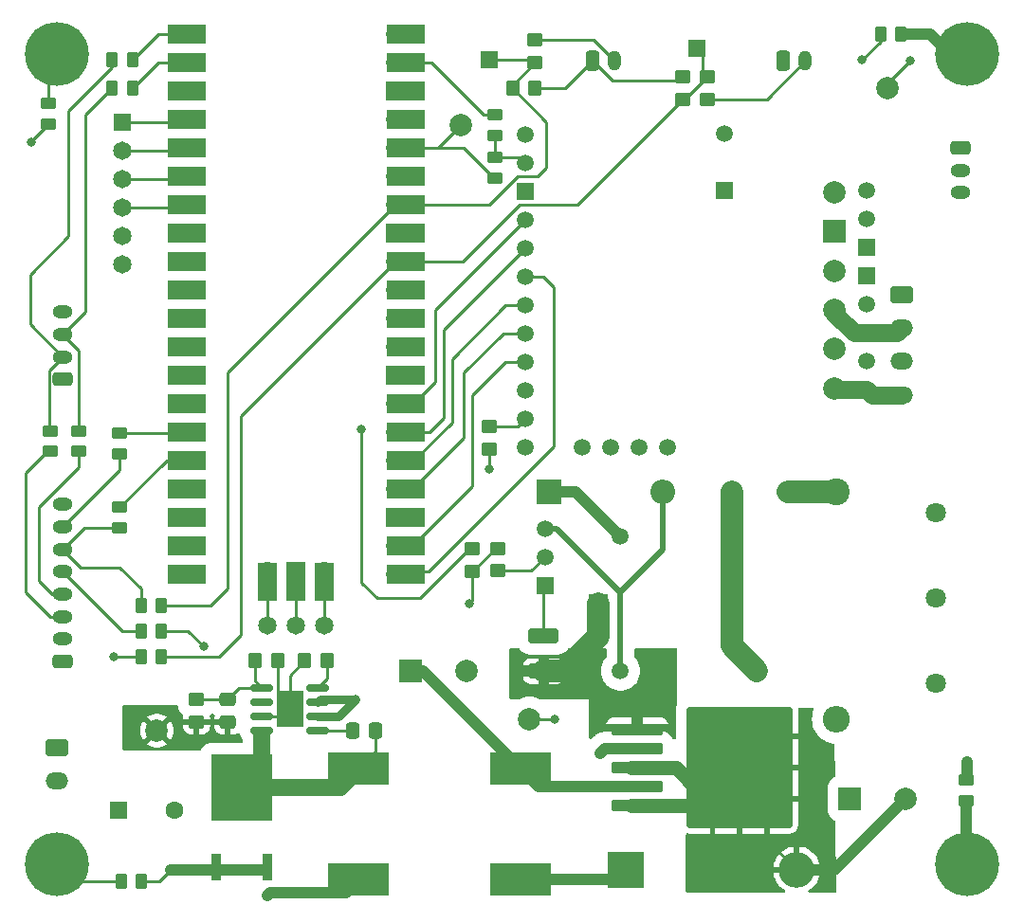
<source format=gbr>
%TF.GenerationSoftware,KiCad,Pcbnew,7.0.10*%
%TF.CreationDate,2024-03-29T16:51:17-04:00*%
%TF.ProjectId,WaveWise_PMIC,57617665-5769-4736-955f-504d49432e6b,rev?*%
%TF.SameCoordinates,Original*%
%TF.FileFunction,Copper,L1,Top*%
%TF.FilePolarity,Positive*%
%FSLAX46Y46*%
G04 Gerber Fmt 4.6, Leading zero omitted, Abs format (unit mm)*
G04 Created by KiCad (PCBNEW 7.0.10) date 2024-03-29 16:51:17*
%MOMM*%
%LPD*%
G01*
G04 APERTURE LIST*
G04 Aperture macros list*
%AMRoundRect*
0 Rectangle with rounded corners*
0 $1 Rounding radius*
0 $2 $3 $4 $5 $6 $7 $8 $9 X,Y pos of 4 corners*
0 Add a 4 corners polygon primitive as box body*
4,1,4,$2,$3,$4,$5,$6,$7,$8,$9,$2,$3,0*
0 Add four circle primitives for the rounded corners*
1,1,$1+$1,$2,$3*
1,1,$1+$1,$4,$5*
1,1,$1+$1,$6,$7*
1,1,$1+$1,$8,$9*
0 Add four rect primitives between the rounded corners*
20,1,$1+$1,$2,$3,$4,$5,0*
20,1,$1+$1,$4,$5,$6,$7,0*
20,1,$1+$1,$6,$7,$8,$9,0*
20,1,$1+$1,$8,$9,$2,$3,0*%
G04 Aperture macros list end*
%TA.AperFunction,ComponentPad*%
%ADD10C,2.000000*%
%TD*%
%TA.AperFunction,ComponentPad*%
%ADD11RoundRect,0.250001X-0.759999X0.499999X-0.759999X-0.499999X0.759999X-0.499999X0.759999X0.499999X0*%
%TD*%
%TA.AperFunction,ComponentPad*%
%ADD12O,2.020000X1.500000*%
%TD*%
%TA.AperFunction,SMDPad,CuDef*%
%ADD13RoundRect,0.250000X-0.450000X0.350000X-0.450000X-0.350000X0.450000X-0.350000X0.450000X0.350000X0*%
%TD*%
%TA.AperFunction,ComponentPad*%
%ADD14RoundRect,0.250000X0.650000X-0.350000X0.650000X0.350000X-0.650000X0.350000X-0.650000X-0.350000X0*%
%TD*%
%TA.AperFunction,ComponentPad*%
%ADD15O,1.800000X1.200000*%
%TD*%
%TA.AperFunction,ComponentPad*%
%ADD16RoundRect,0.250000X-0.350000X-0.650000X0.350000X-0.650000X0.350000X0.650000X-0.350000X0.650000X0*%
%TD*%
%TA.AperFunction,ComponentPad*%
%ADD17O,1.200000X1.800000*%
%TD*%
%TA.AperFunction,ComponentPad*%
%ADD18RoundRect,0.250000X-0.650000X0.350000X-0.650000X-0.350000X0.650000X-0.350000X0.650000X0.350000X0*%
%TD*%
%TA.AperFunction,SMDPad,CuDef*%
%ADD19RoundRect,0.250000X0.262500X0.450000X-0.262500X0.450000X-0.262500X-0.450000X0.262500X-0.450000X0*%
%TD*%
%TA.AperFunction,SMDPad,CuDef*%
%ADD20R,5.400000X2.900000*%
%TD*%
%TA.AperFunction,ComponentPad*%
%ADD21R,1.650000X1.650000*%
%TD*%
%TA.AperFunction,ComponentPad*%
%ADD22C,1.650000*%
%TD*%
%TA.AperFunction,SMDPad,CuDef*%
%ADD23RoundRect,0.250000X0.350000X0.450000X-0.350000X0.450000X-0.350000X-0.450000X0.350000X-0.450000X0*%
%TD*%
%TA.AperFunction,SMDPad,CuDef*%
%ADD24R,0.939800X2.489200*%
%TD*%
%TA.AperFunction,SMDPad,CuDef*%
%ADD25R,5.511800X5.918200*%
%TD*%
%TA.AperFunction,SMDPad,CuDef*%
%ADD26RoundRect,0.250000X0.450000X-0.350000X0.450000X0.350000X-0.450000X0.350000X-0.450000X-0.350000X0*%
%TD*%
%TA.AperFunction,ComponentPad*%
%ADD27R,1.500000X1.500000*%
%TD*%
%TA.AperFunction,ComponentPad*%
%ADD28C,1.500000*%
%TD*%
%TA.AperFunction,ComponentPad*%
%ADD29C,5.700000*%
%TD*%
%TA.AperFunction,SMDPad,CuDef*%
%ADD30RoundRect,0.250000X0.450000X-0.262500X0.450000X0.262500X-0.450000X0.262500X-0.450000X-0.262500X0*%
%TD*%
%TA.AperFunction,SMDPad,CuDef*%
%ADD31RoundRect,0.250000X-0.475000X0.337500X-0.475000X-0.337500X0.475000X-0.337500X0.475000X0.337500X0*%
%TD*%
%TA.AperFunction,ComponentPad*%
%ADD32R,2.000000X2.000000*%
%TD*%
%TA.AperFunction,SMDPad,CuDef*%
%ADD33RoundRect,0.250000X-0.262500X-0.450000X0.262500X-0.450000X0.262500X0.450000X-0.262500X0.450000X0*%
%TD*%
%TA.AperFunction,ComponentPad*%
%ADD34C,1.651000*%
%TD*%
%TA.AperFunction,ComponentPad*%
%ADD35O,2.400000X2.400000*%
%TD*%
%TA.AperFunction,ComponentPad*%
%ADD36C,2.400000*%
%TD*%
%TA.AperFunction,ComponentPad*%
%ADD37C,1.498600*%
%TD*%
%TA.AperFunction,ComponentPad*%
%ADD38C,1.803400*%
%TD*%
%TA.AperFunction,ComponentPad*%
%ADD39R,1.803400X1.803400*%
%TD*%
%TA.AperFunction,SMDPad,CuDef*%
%ADD40RoundRect,0.250000X-0.450000X0.262500X-0.450000X-0.262500X0.450000X-0.262500X0.450000X0.262500X0*%
%TD*%
%TA.AperFunction,ComponentPad*%
%ADD41O,3.200000X3.200000*%
%TD*%
%TA.AperFunction,ComponentPad*%
%ADD42R,3.200000X3.200000*%
%TD*%
%TA.AperFunction,SMDPad,CuDef*%
%ADD43RoundRect,0.250000X1.100000X-0.412500X1.100000X0.412500X-1.100000X0.412500X-1.100000X-0.412500X0*%
%TD*%
%TA.AperFunction,SMDPad,CuDef*%
%ADD44RoundRect,0.250000X-0.337500X-0.475000X0.337500X-0.475000X0.337500X0.475000X-0.337500X0.475000X0*%
%TD*%
%TA.AperFunction,ComponentPad*%
%ADD45C,1.600000*%
%TD*%
%TA.AperFunction,SMDPad,CuDef*%
%ADD46RoundRect,0.250000X-0.350000X-0.450000X0.350000X-0.450000X0.350000X0.450000X-0.350000X0.450000X0*%
%TD*%
%TA.AperFunction,ComponentPad*%
%ADD47R,2.200000X2.200000*%
%TD*%
%TA.AperFunction,ComponentPad*%
%ADD48O,2.200000X2.200000*%
%TD*%
%TA.AperFunction,SMDPad,CuDef*%
%ADD49RoundRect,0.150000X0.825000X0.150000X-0.825000X0.150000X-0.825000X-0.150000X0.825000X-0.150000X0*%
%TD*%
%TA.AperFunction,ComponentPad*%
%ADD50C,0.500000*%
%TD*%
%TA.AperFunction,SMDPad,CuDef*%
%ADD51R,2.410000X3.300000*%
%TD*%
%TA.AperFunction,SMDPad,CuDef*%
%ADD52RoundRect,0.250000X-2.025000X-2.375000X2.025000X-2.375000X2.025000X2.375000X-2.025000X2.375000X0*%
%TD*%
%TA.AperFunction,SMDPad,CuDef*%
%ADD53RoundRect,0.250002X-4.449998X-5.149998X4.449998X-5.149998X4.449998X5.149998X-4.449998X5.149998X0*%
%TD*%
%TA.AperFunction,SMDPad,CuDef*%
%ADD54RoundRect,0.250000X-2.050000X-0.300000X2.050000X-0.300000X2.050000X0.300000X-2.050000X0.300000X0*%
%TD*%
%TA.AperFunction,SMDPad,CuDef*%
%ADD55R,1.700000X3.500000*%
%TD*%
%TA.AperFunction,ComponentPad*%
%ADD56O,1.700000X1.700000*%
%TD*%
%TA.AperFunction,ComponentPad*%
%ADD57R,1.700000X1.700000*%
%TD*%
%TA.AperFunction,SMDPad,CuDef*%
%ADD58R,3.500000X1.700000*%
%TD*%
%TA.AperFunction,ComponentPad*%
%ADD59R,1.600000X1.600000*%
%TD*%
%TA.AperFunction,ViaPad*%
%ADD60C,0.800000*%
%TD*%
%TA.AperFunction,Conductor*%
%ADD61C,0.250000*%
%TD*%
%TA.AperFunction,Conductor*%
%ADD62C,1.000000*%
%TD*%
%TA.AperFunction,Conductor*%
%ADD63C,2.000000*%
%TD*%
%TA.AperFunction,Conductor*%
%ADD64C,0.500000*%
%TD*%
%TA.AperFunction,Conductor*%
%ADD65C,1.500000*%
%TD*%
%TA.AperFunction,Conductor*%
%ADD66C,1.600000*%
%TD*%
%TA.AperFunction,Conductor*%
%ADD67C,0.762000*%
%TD*%
%TA.AperFunction,Conductor*%
%ADD68C,1.270000*%
%TD*%
G04 APERTURE END LIST*
D10*
%TO.P,3V1,1,1*%
%TO.N,+3.3V*%
X90678000Y-60960000D03*
%TD*%
D11*
%TO.P,J1,1,1*%
%TO.N,GND*%
X54610000Y-116586000D03*
D12*
%TO.P,J1,2,2*%
%TO.N,+24V*%
X54610000Y-119586000D03*
%TD*%
D13*
%TO.P,R26,1*%
%TO.N,/PICO (BICO)/BICO_PUMP_CTRL*%
X91694000Y-98822000D03*
%TO.P,R26,2*%
%TO.N,/PUMP_CONTROL*%
X91694000Y-100822000D03*
%TD*%
D14*
%TO.P,J6,1,1*%
%TO.N,GND*%
X55099750Y-83687500D03*
D15*
%TO.P,J6,2,2*%
%TO.N,/Connectors/rockblock_TX*%
X55099750Y-81687500D03*
%TO.P,J6,3,3*%
%TO.N,/Connectors/rockblock_RX*%
X55099750Y-79687500D03*
%TO.P,J6,4,4*%
%TO.N,+5V*%
X55099750Y-77687500D03*
%TD*%
D16*
%TO.P,J11,1,1*%
%TO.N,GND*%
X102378000Y-55214000D03*
D17*
%TO.P,J11,2,2*%
%TO.N,VBUS*%
X104378000Y-55214000D03*
%TD*%
D15*
%TO.P,J8,8,8*%
%TO.N,GND*%
X55099750Y-94870000D03*
%TO.P,J8,7,7*%
%TO.N,batt_sense*%
X55099750Y-96870000D03*
%TO.P,J8,6,6*%
%TO.N,panel_sense*%
X55099750Y-98870000D03*
%TO.P,J8,5,5*%
%TO.N,/Connectors/SICO_PUMP_CONTROL*%
X55099750Y-100870000D03*
%TO.P,J8,4,4*%
%TO.N,/Connectors/SICO_RX*%
X55099750Y-102870000D03*
%TO.P,J8,3,3*%
%TO.N,/Connectors/SICO_TX*%
X55099750Y-104870000D03*
%TO.P,J8,2,2*%
%TO.N,+5V*%
X55099750Y-106870000D03*
D14*
%TO.P,J8,1,1*%
%TO.N,+24V*%
X55099750Y-108870000D03*
%TD*%
D18*
%TO.P,J9,1,1*%
%TO.N,+5V*%
X135255000Y-62992000D03*
D15*
%TO.P,J9,2,2*%
%TO.N,GND*%
X135255000Y-64992000D03*
%TO.P,J9,3,3*%
%TO.N,/Connectors/PWM_Servo*%
X135255000Y-66992000D03*
%TD*%
D16*
%TO.P,J10,1,1*%
%TO.N,GND*%
X119396000Y-55214000D03*
D17*
%TO.P,J10,2,2*%
%TO.N,+BATT*%
X121396000Y-55214000D03*
%TD*%
D13*
%TO.P,R8,1*%
%TO.N,/PUMP_CONTROL*%
X93980000Y-98796600D03*
%TO.P,R8,2*%
%TO.N,Net-(Q2-B)*%
X93980000Y-100796600D03*
%TD*%
D19*
%TO.P,R25,2*%
%TO.N,/Connectors/SICO_PUMP_CONTROL*%
X62079500Y-106172000D03*
%TO.P,R25,1*%
%TO.N,/PUMP_CONTROL*%
X63904500Y-106172000D03*
%TD*%
D20*
%TO.P,L3,1,1*%
%TO.N,Net-(D3-CATHODE)*%
X81534000Y-118494000D03*
%TO.P,L3,2,2*%
%TO.N,+24V*%
X81534000Y-128394000D03*
%TD*%
D11*
%TO.P,J5,1,1*%
%TO.N,/AOUT1*%
X130048000Y-76090000D03*
D12*
%TO.P,J5,2,2*%
%TO.N,/AOUT2*%
X130048000Y-79090000D03*
%TO.P,J5,3,3*%
%TO.N,/BOUT1*%
X130048000Y-82090000D03*
%TO.P,J5,4,4*%
%TO.N,/BOUT2*%
X130048000Y-85090000D03*
%TD*%
D21*
%TO.P,J2,1,Pin_1*%
%TO.N,/Connectors/GPIO1*%
X60452000Y-60706000D03*
D22*
%TO.P,J2,2,Pin_2*%
%TO.N,/Connectors/GPIO2*%
X60452000Y-63246000D03*
%TO.P,J2,3,Pin_3*%
%TO.N,/Connectors/GPIO3*%
X60452000Y-65786000D03*
%TO.P,J2,4,Pin_4*%
%TO.N,/Connectors/GPIO4*%
X60452000Y-68326000D03*
%TO.P,J2,5,Pin_5*%
%TO.N,GND*%
X60452000Y-70866000D03*
%TO.P,J2,6,Pin_6*%
%TO.N,+5V*%
X60452000Y-73406000D03*
%TD*%
D23*
%TO.P,R5,1*%
%TO.N,Net-(IC1-RT{slash}SYNC)*%
X78713000Y-108839000D03*
%TO.P,R5,2*%
%TO.N,GND*%
X76713000Y-108839000D03*
%TD*%
D24*
%TO.P,D3,3,ANODE_2*%
%TO.N,GND*%
X73406000Y-127266700D03*
D25*
%TO.P,D3,2,CATHODE*%
%TO.N,Net-(D3-CATHODE)*%
X71120000Y-120142000D03*
D24*
%TO.P,D3,1,ANODE_1*%
%TO.N,GND*%
X68834000Y-127266700D03*
%TD*%
D26*
%TO.P,R2,1*%
%TO.N,/Connectors/Batt V Sense*%
X110490000Y-58642000D03*
%TO.P,R2,2*%
%TO.N,GND*%
X110490000Y-56642000D03*
%TD*%
D13*
%TO.P,R3,1*%
%TO.N,VBUS*%
X97282000Y-53356000D03*
%TO.P,R3,2*%
%TO.N,/Connectors/Panel V Sense*%
X97282000Y-55356000D03*
%TD*%
D27*
%TO.P,Q2,1,E*%
%TO.N,GND*%
X98150000Y-102108000D03*
D28*
%TO.P,Q2,2,B*%
%TO.N,Net-(Q2-B)*%
X98150000Y-99568000D03*
%TO.P,Q2,3,C*%
%TO.N,Net-(D2-A)*%
X98150000Y-97028000D03*
%TD*%
D27*
%TO.P,BatteryV1,1,1*%
%TO.N,/Connectors/Batt V Sense*%
X111760000Y-54102000D03*
%TD*%
D29*
%TO.P,HE1,1,1*%
%TO.N,Net-(HE1-Pad1)*%
X54610000Y-127000000D03*
%TD*%
D30*
%TO.P,R12,2*%
%TO.N,/Connectors/PANEL_SENSE_DIO*%
X60198000Y-95099500D03*
%TO.P,R12,1*%
%TO.N,panel_sense*%
X60198000Y-96924500D03*
%TD*%
%TO.P,R10,2*%
%TO.N,/Connectors/BATT_SENSE_DIO*%
X60198000Y-88495500D03*
%TO.P,R10,1*%
%TO.N,batt_sense*%
X60198000Y-90320500D03*
%TD*%
D31*
%TO.P,C8,1*%
%TO.N,Net-(IC1-FB)*%
X69853000Y-112268000D03*
%TO.P,C8,2*%
%TO.N,+24V*%
X69853000Y-114343000D03*
%TD*%
D32*
%TO.P,C6,1*%
%TO.N,+5V*%
X86186000Y-109728000D03*
D10*
%TO.P,C6,2*%
%TO.N,GND*%
X91186000Y-109728000D03*
%TD*%
D33*
%TO.P,R13,1*%
%TO.N,panel_sense*%
X62079500Y-103886000D03*
%TO.P,R13,2*%
%TO.N,/Connectors/Panel V Sense*%
X63904500Y-103886000D03*
%TD*%
D34*
%TO.P,J3,1,Pin_1*%
%TO.N,/Connectors/SWCLK*%
X73406000Y-105664000D03*
%TO.P,J3,2,Pin_2*%
%TO.N,GND*%
X75946000Y-105664000D03*
%TO.P,J3,3,Pin_3*%
%TO.N,/Connectors/SWDIO*%
X78486000Y-105664000D03*
%TD*%
D35*
%TO.P,R7,2*%
%TO.N,+48V*%
X124206000Y-114046000D03*
D36*
%TO.P,R7,1*%
%TO.N,Net-(C2-Pad1)*%
X124206000Y-93726000D03*
%TD*%
D37*
%TO.P,K1,5,5*%
%TO.N,+5V*%
X104902000Y-97728002D03*
D38*
%TO.P,K1,3,3*%
%TO.N,/Inverter_Input*%
X117101198Y-109728000D03*
D37*
%TO.P,K1,2,2*%
%TO.N,Net-(D2-A)*%
X104902000Y-109728000D03*
D39*
%TO.P,K1,1,1*%
%TO.N,+48V*%
X102901999Y-103728001D03*
%TD*%
D10*
%TO.P,24V_1,1,1*%
%TO.N,+24V*%
X63500000Y-115062000D03*
%TD*%
D40*
%TO.P,R23,1*%
%TO.N,GND*%
X135786500Y-119483500D03*
%TO.P,R23,2*%
%TO.N,Net-(H4-Pad1)*%
X135786500Y-121308500D03*
%TD*%
D19*
%TO.P,R22,1*%
%TO.N,GND*%
X62126500Y-128524000D03*
%TO.P,R22,2*%
%TO.N,Net-(HE1-Pad1)*%
X60301500Y-128524000D03*
%TD*%
D38*
%TO.P,J13,3,Pin_3*%
%TO.N,+48V*%
X133050000Y-110832900D03*
%TO.P,J13,2,Pin_2*%
%TO.N,/Inverter_Input*%
X133050000Y-103212900D03*
%TO.P,J13,1,Pin_1*%
%TO.N,GND*%
X133050000Y-95592900D03*
%TD*%
D41*
%TO.P,D1,2,A*%
%TO.N,GND*%
X120650000Y-127508000D03*
D42*
%TO.P,D1,1,K*%
%TO.N,Net-(D1-K)*%
X105410000Y-127508000D03*
%TD*%
D13*
%TO.P,R17,1*%
%TO.N,/PICO (BICO)/MOTOR_RESET*%
X93218000Y-87900000D03*
%TO.P,R17,2*%
%TO.N,GND*%
X93218000Y-89900000D03*
%TD*%
D43*
%TO.P,C4,1*%
%TO.N,+48V*%
X98044000Y-109766500D03*
%TO.P,C4,2*%
%TO.N,GND*%
X98044000Y-106641500D03*
%TD*%
D30*
%TO.P,R14,1*%
%TO.N,/Pneumatic Control/ICREF*%
X93726000Y-61872500D03*
%TO.P,R14,2*%
%TO.N,+5V*%
X93726000Y-60047500D03*
%TD*%
D29*
%TO.P,H4,1,1*%
%TO.N,Net-(H4-Pad1)*%
X135890000Y-127000000D03*
%TD*%
D33*
%TO.P,R19,2*%
%TO.N,/Connectors/BICO_UART_TX*%
X61341000Y-55118000D03*
%TO.P,R19,1*%
%TO.N,/Connectors/rockblock_TX*%
X59516000Y-55118000D03*
%TD*%
%TO.P,R21,1*%
%TO.N,GND*%
X128119500Y-52832000D03*
%TO.P,R21,2*%
%TO.N,Net-(H2-Pad1)*%
X129944500Y-52832000D03*
%TD*%
D44*
%TO.P,C5,1*%
%TO.N,Net-(IC1-BOOT)*%
X80983000Y-115062000D03*
%TO.P,C5,2*%
%TO.N,Net-(D3-CATHODE)*%
X83058000Y-115062000D03*
%TD*%
D40*
%TO.P,R18,1*%
%TO.N,/Connectors/rockblock_TX*%
X53956750Y-88304500D03*
%TO.P,R18,2*%
%TO.N,/Connectors/SICO_TX*%
X53956750Y-90129500D03*
%TD*%
D45*
%TO.P,C2,1*%
%TO.N,Net-(C2-Pad1)*%
X119848000Y-93726000D03*
%TO.P,C2,2*%
%TO.N,/Inverter_Input*%
X114848000Y-93726000D03*
%TD*%
D46*
%TO.P,R4,1*%
%TO.N,/Connectors/Panel V Sense*%
X95266000Y-57658000D03*
%TO.P,R4,2*%
%TO.N,GND*%
X97266000Y-57658000D03*
%TD*%
D30*
%TO.P,R20,2*%
%TO.N,Net-(H1-Pad1)*%
X53848000Y-59031500D03*
%TO.P,R20,1*%
%TO.N,GND*%
X53848000Y-60856500D03*
%TD*%
D40*
%TO.P,R15,1*%
%TO.N,/Connectors/rockblock_RX*%
X56496750Y-88304500D03*
%TO.P,R15,2*%
%TO.N,/Connectors/SICO_RX*%
X56496750Y-90129500D03*
%TD*%
D26*
%TO.P,R6,1*%
%TO.N,+24V*%
X67056000Y-114284000D03*
%TO.P,R6,2*%
%TO.N,Net-(IC1-FB)*%
X67056000Y-112284000D03*
%TD*%
%TO.P,R1,1*%
%TO.N,+BATT*%
X112649000Y-58658000D03*
%TO.P,R1,2*%
%TO.N,/Connectors/Batt V Sense*%
X112649000Y-56658000D03*
%TD*%
D20*
%TO.P,L1,1,1*%
%TO.N,Net-(D1-K)*%
X96012000Y-128394000D03*
%TO.P,L1,2,2*%
%TO.N,+5V*%
X96012000Y-118494000D03*
%TD*%
D29*
%TO.P,H1,1,1*%
%TO.N,Net-(H1-Pad1)*%
X54610000Y-54610000D03*
%TD*%
D27*
%TO.P,PanelV1,1,1*%
%TO.N,/Connectors/Panel V Sense*%
X93218000Y-55118000D03*
%TD*%
D10*
%TO.P,GND1,1,1*%
%TO.N,GND*%
X96774000Y-114046000D03*
%TD*%
D33*
%TO.P,R11,1*%
%TO.N,batt_sense*%
X62079500Y-108458000D03*
%TO.P,R11,2*%
%TO.N,/Connectors/Batt V Sense*%
X63904500Y-108458000D03*
%TD*%
D40*
%TO.P,R24,1*%
%TO.N,/Pneumatic Control/ICREF*%
X93726000Y-63857500D03*
%TO.P,R24,2*%
%TO.N,+3.3V*%
X93726000Y-65682500D03*
%TD*%
D47*
%TO.P,D2,1,K*%
%TO.N,+5V*%
X98552000Y-93726000D03*
D48*
%TO.P,D2,2,A*%
%TO.N,Net-(D2-A)*%
X108712000Y-93726000D03*
%TD*%
D19*
%TO.P,R16,2*%
%TO.N,/Connectors/rockblock_RX*%
X59516000Y-57658000D03*
%TO.P,R16,1*%
%TO.N,/Connectors/BICO_UART_RX*%
X61341000Y-57658000D03*
%TD*%
D10*
%TO.P,U2,1,Vin*%
%TO.N,+48V*%
X123988500Y-66978200D03*
D28*
X126884100Y-66825800D03*
X126884100Y-69365800D03*
D10*
%TO.P,U2,2,AOUT1*%
%TO.N,/AOUT1*%
X123988500Y-73978200D03*
D28*
X126884100Y-76985800D03*
D10*
%TO.P,U2,3,AOUT2*%
%TO.N,/AOUT2*%
X123988500Y-77478200D03*
D28*
X126884100Y-79525800D03*
D10*
%TO.P,U2,4,BOUT1*%
%TO.N,/BOUT1*%
X123988500Y-80978200D03*
D28*
X126884100Y-82065800D03*
D10*
%TO.P,U2,5,BOUT2*%
%TO.N,/BOUT2*%
X123988500Y-84478200D03*
D28*
X126884100Y-84605800D03*
%TO.P,U2,6,BEMF*%
%TO.N,/PICO (BICO)/MOTOR_BEMF*%
X109129500Y-89762000D03*
%TO.P,U2,7,~STALL*%
%TO.N,/PICO (BICO)/MOTOR_STALL*%
X106589500Y-89762000D03*
%TO.P,U2,8,BIN2*%
%TO.N,unconnected-(U2-BIN2-Pad8)*%
X104049500Y-89762000D03*
%TO.P,U2,9,BIN1*%
%TO.N,unconnected-(U2-BIN1-Pad9)*%
X101509500Y-89762000D03*
%TO.P,U2,10,~FLT*%
%TO.N,/PICO (BICO)/MOTOR_FLT*%
X96429500Y-89762000D03*
%TO.P,U2,11,RST*%
%TO.N,/PICO (BICO)/MOTOR_RESET*%
X96429500Y-87222000D03*
%TO.P,U2,12,~SLP*%
%TO.N,/PICO (BICO)/MOTOR_SLP*%
X96429500Y-84682000D03*
%TO.P,U2,13,SCS*%
%TO.N,/PICO (BICO)/MOTOR_SPI0_CSn*%
X96429500Y-82142000D03*
%TO.P,U2,14,SCLK*%
%TO.N,/PICO (BICO)/MOTOR_SPI0_SCK*%
X96429500Y-79602000D03*
%TO.P,U2,15,SDATI*%
%TO.N,/PICO (BICO)/MOTOR_SPI0_TX*%
X96429500Y-77062000D03*
%TO.P,U2,16,SDATO*%
%TO.N,/PICO (BICO)/MOTOR_SPI0_RX*%
X96429500Y-74522000D03*
%TO.P,U2,17,DIR*%
%TO.N,/PICO (BICO)/MOTOR_DIR{slash}AIN2*%
X96429500Y-71982000D03*
%TO.P,U2,18,STEP*%
%TO.N,/PICO (BICO)/MOTOR_STEP{slash}AIN1*%
X96429500Y-69442000D03*
%TO.P,U2,19,ICREF*%
%TO.N,/Pneumatic Control/ICREF*%
X96429500Y-64362000D03*
%TO.P,U2,20,V5(OUT)*%
%TO.N,unconnected-(U2-V5(OUT)-Pad20)*%
X96429500Y-61822000D03*
%TO.P,U2,21,VM*%
%TO.N,unconnected-(U2-VM-Pad21)*%
X114184100Y-61745800D03*
D27*
%TO.P,U2,22,GND*%
%TO.N,GND*%
X96429500Y-66902000D03*
X114184100Y-66825800D03*
D32*
X123988500Y-70478200D03*
D27*
X126884100Y-71905800D03*
X126884100Y-74445800D03*
%TD*%
D29*
%TO.P,H2,1,1*%
%TO.N,Net-(H2-Pad1)*%
X135890000Y-54610000D03*
%TD*%
D49*
%TO.P,IC1,1,BOOT*%
%TO.N,Net-(IC1-BOOT)*%
X77851000Y-115062000D03*
%TO.P,IC1,2,VIN*%
%TO.N,+48V*%
X77851000Y-113792000D03*
%TO.P,IC1,3,EN*%
X77851000Y-112522000D03*
%TO.P,IC1,4,RT/SYNC*%
%TO.N,Net-(IC1-RT{slash}SYNC)*%
X77851000Y-111252000D03*
%TO.P,IC1,5,FB*%
%TO.N,Net-(IC1-FB)*%
X72901000Y-111252000D03*
%TO.P,IC1,6,SS_OR_PGOOD*%
%TO.N,unconnected-(IC1-SS_OR_PGOOD-Pad6)*%
X72901000Y-112522000D03*
%TO.P,IC1,7,GND*%
%TO.N,GND*%
X72901000Y-113792000D03*
%TO.P,IC1,8,SW*%
%TO.N,Net-(D3-CATHODE)*%
X72901000Y-115062000D03*
D50*
%TO.P,IC1,9,EP*%
%TO.N,GND*%
X76076000Y-114357000D03*
X76076000Y-113157000D03*
X76076000Y-111957000D03*
D51*
X75376000Y-113157000D03*
D50*
X74676000Y-114357000D03*
X74676000Y-113157000D03*
X74676000Y-111957000D03*
%TD*%
D52*
%TO.P,U4,6,GND*%
%TO.N,GND*%
X117971000Y-121139000D03*
X117971000Y-115589000D03*
D53*
X115546000Y-118364000D03*
D52*
X113121000Y-121139000D03*
X113121000Y-115589000D03*
D54*
%TO.P,U4,5,ON/OFF*%
X106396000Y-121764000D03*
%TO.P,U4,4,FB*%
%TO.N,+5V*%
X106396000Y-120064000D03*
%TO.P,U4,3,GND*%
%TO.N,GND*%
X106396000Y-118364000D03*
%TO.P,U4,2,OUT*%
%TO.N,Net-(D1-K)*%
X106396000Y-116664000D03*
%TO.P,U4,1,VIN*%
%TO.N,+48V*%
X106396000Y-114964000D03*
%TD*%
D10*
%TO.P,C1,2*%
%TO.N,GND*%
X130394323Y-121158000D03*
D32*
%TO.P,C1,1*%
%TO.N,+48V*%
X125394323Y-121158000D03*
%TD*%
D10*
%TO.P,5V1,1,1*%
%TO.N,+5V*%
X128778000Y-57658000D03*
%TD*%
D55*
%TO.P,U1,43,SWDIO*%
%TO.N,/Connectors/SWDIO*%
X78486000Y-101762000D03*
D56*
X78486000Y-100862000D03*
D55*
%TO.P,U1,42,GND*%
%TO.N,GND*%
X75946000Y-101762000D03*
D57*
X75946000Y-100862000D03*
D55*
%TO.P,U1,41,SWCLK*%
%TO.N,/Connectors/SWCLK*%
X73406000Y-101762000D03*
D56*
X73406000Y-100862000D03*
D58*
%TO.P,U1,40,VBUS*%
%TO.N,unconnected-(U1-VBUS-Pad40)*%
X85736000Y-52832000D03*
D56*
X84836000Y-52832000D03*
D58*
%TO.P,U1,39,VSYS*%
%TO.N,+5V*%
X85736000Y-55372000D03*
D56*
X84836000Y-55372000D03*
D58*
%TO.P,U1,38,GND*%
%TO.N,GND*%
X85736000Y-57912000D03*
D57*
X84836000Y-57912000D03*
D58*
%TO.P,U1,37,3V3_EN*%
%TO.N,unconnected-(U1-3V3_EN-Pad37)*%
X85736000Y-60452000D03*
D56*
X84836000Y-60452000D03*
D58*
%TO.P,U1,36,3V3*%
%TO.N,+3.3V*%
X85736000Y-62992000D03*
D56*
X84836000Y-62992000D03*
D58*
%TO.P,U1,35,ADC_VREF*%
%TO.N,unconnected-(U1-ADC_VREF-Pad35)*%
X85736000Y-65532000D03*
D56*
X84836000Y-65532000D03*
D58*
%TO.P,U1,34,GPIO28_ADC2*%
%TO.N,/Connectors/Panel V Sense*%
X85736000Y-68072000D03*
D56*
X84836000Y-68072000D03*
D58*
%TO.P,U1,33,AGND*%
%TO.N,GND*%
X85736000Y-70612000D03*
D57*
X84836000Y-70612000D03*
D58*
%TO.P,U1,32,GPIO27_ADC1*%
%TO.N,/Connectors/Batt V Sense*%
X85736000Y-73152000D03*
D56*
X84836000Y-73152000D03*
D58*
%TO.P,U1,31,GPIO26_ADC0*%
%TO.N,/PICO (BICO)/MOTOR_BEMF*%
X85736000Y-75692000D03*
D56*
X84836000Y-75692000D03*
D58*
%TO.P,U1,30,RUN*%
%TO.N,unconnected-(U1-RUN-Pad30)*%
X85736000Y-78232000D03*
D56*
X84836000Y-78232000D03*
D58*
%TO.P,U1,29,GPIO22*%
%TO.N,/PICO (BICO)/MOTOR_STALL*%
X85736000Y-80772000D03*
D56*
X84836000Y-80772000D03*
D58*
%TO.P,U1,28,GND*%
%TO.N,GND*%
X85736000Y-83312000D03*
D57*
X84836000Y-83312000D03*
D58*
%TO.P,U1,27,GPIO21*%
%TO.N,/PICO (BICO)/MOTOR_STEP{slash}AIN1*%
X85736000Y-85852000D03*
D56*
X84836000Y-85852000D03*
D58*
%TO.P,U1,26,GPIO20*%
%TO.N,/PICO (BICO)/MOTOR_DIR{slash}AIN2*%
X85736000Y-88392000D03*
D56*
X84836000Y-88392000D03*
D58*
%TO.P,U1,25,GPIO19*%
%TO.N,/PICO (BICO)/MOTOR_SPI0_TX*%
X85736000Y-90932000D03*
D56*
X84836000Y-90932000D03*
D58*
%TO.P,U1,24,GPIO18*%
%TO.N,/PICO (BICO)/MOTOR_SPI0_SCK*%
X85736000Y-93472000D03*
D56*
X84836000Y-93472000D03*
D58*
%TO.P,U1,23,GND*%
%TO.N,GND*%
X85736000Y-96012000D03*
D57*
X84836000Y-96012000D03*
D58*
%TO.P,U1,22,GPIO17*%
%TO.N,/PICO (BICO)/MOTOR_SPI0_CSn*%
X85736000Y-98552000D03*
D56*
X84836000Y-98552000D03*
D58*
%TO.P,U1,21,GPIO16*%
%TO.N,/PICO (BICO)/MOTOR_SPI0_RX*%
X85736000Y-101092000D03*
D56*
X84836000Y-101092000D03*
D58*
%TO.P,U1,20,GPIO15*%
%TO.N,/PICO (BICO)/MOTOR_FLT*%
X66156000Y-101092000D03*
D56*
X67056000Y-101092000D03*
D58*
%TO.P,U1,19,GPIO14*%
%TO.N,/PICO (BICO)/MOTOR_RESET*%
X66156000Y-98552000D03*
D56*
X67056000Y-98552000D03*
D58*
%TO.P,U1,18,GND*%
%TO.N,GND*%
X66156000Y-96012000D03*
D57*
X67056000Y-96012000D03*
D58*
%TO.P,U1,17,GPIO13*%
%TO.N,/PICO (BICO)/MOTOR_SLP*%
X66156000Y-93472000D03*
D56*
X67056000Y-93472000D03*
D58*
%TO.P,U1,16,GPIO12*%
%TO.N,/Connectors/PANEL_SENSE_DIO*%
X66156000Y-90932000D03*
D56*
X67056000Y-90932000D03*
D58*
%TO.P,U1,15,GPIO11*%
%TO.N,/Connectors/BATT_SENSE_DIO*%
X66156000Y-88392000D03*
D56*
X67056000Y-88392000D03*
D58*
%TO.P,U1,14,GPIO10*%
%TO.N,unconnected-(U1-GPIO10-Pad14)*%
X66156000Y-85852000D03*
D56*
X67056000Y-85852000D03*
D58*
%TO.P,U1,13,GND*%
%TO.N,GND*%
X66156000Y-83312000D03*
D57*
X67056000Y-83312000D03*
D58*
%TO.P,U1,12,GPIO9*%
%TO.N,/PICO (BICO)/BICO_PUMP_CTRL*%
X66156000Y-80772000D03*
D56*
X67056000Y-80772000D03*
D58*
%TO.P,U1,11,GPIO8*%
%TO.N,/Connectors/PWM_Servo*%
X66156000Y-78232000D03*
D56*
X67056000Y-78232000D03*
D58*
%TO.P,U1,10,GPIO7*%
%TO.N,unconnected-(U1-GPIO7-Pad10)*%
X66156000Y-75692000D03*
D56*
X67056000Y-75692000D03*
D58*
%TO.P,U1,9,GPIO6*%
%TO.N,unconnected-(U1-GPIO6-Pad9)*%
X66156000Y-73152000D03*
D56*
X67056000Y-73152000D03*
D58*
%TO.P,U1,8,GND*%
%TO.N,GND*%
X66156000Y-70612000D03*
D57*
X67056000Y-70612000D03*
D58*
%TO.P,U1,7,GPIO5*%
%TO.N,/Connectors/GPIO4*%
X66156000Y-68072000D03*
D56*
X67056000Y-68072000D03*
D58*
%TO.P,U1,6,GPIO4*%
%TO.N,/Connectors/GPIO3*%
X66156000Y-65532000D03*
D56*
X67056000Y-65532000D03*
D58*
%TO.P,U1,5,GPIO3*%
%TO.N,/Connectors/GPIO2*%
X66156000Y-62992000D03*
D56*
X67056000Y-62992000D03*
D58*
%TO.P,U1,4,GPIO2*%
%TO.N,/Connectors/GPIO1*%
X66156000Y-60452000D03*
D56*
X67056000Y-60452000D03*
D58*
%TO.P,U1,3,GND*%
%TO.N,GND*%
X66156000Y-57912000D03*
D57*
X67056000Y-57912000D03*
D58*
%TO.P,U1,2,GPIO1*%
%TO.N,/Connectors/BICO_UART_RX*%
X66156000Y-55372000D03*
D56*
X67056000Y-55372000D03*
D58*
%TO.P,U1,1,GPIO0*%
%TO.N,/Connectors/BICO_UART_TX*%
X66156000Y-52832000D03*
D56*
X67056000Y-52832000D03*
%TD*%
D59*
%TO.P,C9,1*%
%TO.N,+24V*%
X60081349Y-122174000D03*
D45*
%TO.P,C9,2*%
%TO.N,GND*%
X65081349Y-122174000D03*
%TD*%
D46*
%TO.P,R9,1*%
%TO.N,Net-(IC1-FB)*%
X72268000Y-108839000D03*
%TO.P,R9,2*%
%TO.N,GND*%
X74268000Y-108839000D03*
%TD*%
D60*
%TO.N,+48V*%
X99568000Y-111760000D03*
X100584000Y-111760000D03*
X102870000Y-112776000D03*
X102870000Y-114046000D03*
%TO.N,batt_sense*%
X59690000Y-108458000D03*
%TO.N,/PUMP_CONTROL*%
X91440000Y-103759000D03*
X67691000Y-107569000D03*
%TO.N,+48V*%
X81280000Y-112268000D03*
%TO.N,GND*%
X126492000Y-55118000D03*
X99060000Y-114046000D03*
X121666000Y-122174000D03*
X93218000Y-91694000D03*
X121666000Y-123444000D03*
X121666000Y-118364000D03*
X52324000Y-62484000D03*
X64770000Y-127508000D03*
X122428000Y-117348000D03*
X121666000Y-120904000D03*
X122428000Y-116078000D03*
X135890000Y-117856000D03*
X121666000Y-119634000D03*
%TO.N,+24V*%
X73406000Y-129794000D03*
%TO.N,Net-(D1-K)*%
X103124000Y-117094000D03*
%TO.N,+5V*%
X130810000Y-55245000D03*
%TO.N,/PICO (BICO)/BICO_PUMP_CTRL*%
X81788000Y-88138000D03*
%TD*%
D61*
%TO.N,batt_sense*%
X59690000Y-108458000D02*
X62079500Y-108458000D01*
%TO.N,/Connectors/Batt V Sense*%
X101060000Y-68072000D02*
X110490000Y-58642000D01*
X95885000Y-68072000D02*
X101060000Y-68072000D01*
X90805000Y-73152000D02*
X95885000Y-68072000D01*
X84836000Y-73152000D02*
X90805000Y-73152000D01*
%TO.N,/Connectors/Panel V Sense*%
X98298000Y-64770000D02*
X98298000Y-60690000D01*
X97536000Y-65532000D02*
X98298000Y-64770000D01*
X95694500Y-65532000D02*
X97536000Y-65532000D01*
X98298000Y-60690000D02*
X95266000Y-57658000D01*
X93154500Y-68072000D02*
X95694500Y-65532000D01*
X84836000Y-68072000D02*
X93154500Y-68072000D01*
%TO.N,GND*%
X128119500Y-53490500D02*
X126492000Y-55118000D01*
X128119500Y-52832000D02*
X128119500Y-53490500D01*
%TO.N,/Connectors/Batt V Sense*%
X111760000Y-53848000D02*
X111506000Y-54102000D01*
X112268000Y-56277000D02*
X112268000Y-54356000D01*
X112268000Y-54356000D02*
X111760000Y-53848000D01*
X112649000Y-56658000D02*
X112268000Y-56277000D01*
%TO.N,/Connectors/rockblock_TX*%
X52174750Y-78762500D02*
X55099750Y-81687500D01*
X52174750Y-74317250D02*
X52174750Y-78762500D01*
X55626000Y-70866000D02*
X52174750Y-74317250D01*
X55626000Y-59690000D02*
X55626000Y-70866000D01*
X59516000Y-55118000D02*
X59516000Y-55800000D01*
X59516000Y-55800000D02*
X55626000Y-59690000D01*
%TO.N,+3.3V*%
X88646000Y-62992000D02*
X84836000Y-62992000D01*
X90170000Y-61468000D02*
X88646000Y-62992000D01*
%TO.N,Net-(HE1-Pad1)*%
X56134000Y-128524000D02*
X54610000Y-127000000D01*
X60301500Y-128524000D02*
X56134000Y-128524000D01*
%TO.N,GND*%
X63754000Y-128524000D02*
X64770000Y-127508000D01*
X62126500Y-128524000D02*
X63754000Y-128524000D01*
D62*
X64770000Y-127508000D02*
X68338700Y-127508000D01*
%TO.N,+24V*%
X80388000Y-129540000D02*
X81534000Y-128394000D01*
X73660000Y-129540000D02*
X80388000Y-129540000D01*
X73406000Y-129794000D02*
X73660000Y-129540000D01*
D63*
%TO.N,Net-(C2-Pad1)*%
X119848000Y-93726000D02*
X123444000Y-93726000D01*
D61*
%TO.N,/PUMP_CONTROL*%
X91694000Y-103505000D02*
X91440000Y-103759000D01*
X91694000Y-100838000D02*
X91694000Y-103505000D01*
X93735400Y-98796600D02*
X91694000Y-100838000D01*
X93980000Y-98796600D02*
X93735400Y-98796600D01*
X93751400Y-98796600D02*
X93980000Y-98796600D01*
%TO.N,/PICO (BICO)/BICO_PUMP_CTRL*%
X91440000Y-98822000D02*
X91694000Y-98822000D01*
X81788000Y-101854000D02*
X83185000Y-103251000D01*
X81788000Y-88138000D02*
X81788000Y-101854000D01*
X83185000Y-103251000D02*
X87011000Y-103251000D01*
X87011000Y-103251000D02*
X91440000Y-98822000D01*
%TO.N,Net-(H1-Pad1)*%
X53848000Y-55372000D02*
X54610000Y-54610000D01*
X53848000Y-59031500D02*
X53848000Y-55372000D01*
%TO.N,GND*%
X52324000Y-62380500D02*
X53848000Y-60856500D01*
X52324000Y-62484000D02*
X52324000Y-62380500D01*
%TO.N,/Connectors/rockblock_RX*%
X57150000Y-60024000D02*
X59516000Y-57658000D01*
X57150000Y-77637250D02*
X57150000Y-60024000D01*
X55099750Y-79687500D02*
X57150000Y-77637250D01*
%TO.N,panel_sense*%
X57045250Y-96924500D02*
X55099750Y-98870000D01*
X60198000Y-96924500D02*
X57045250Y-96924500D01*
%TO.N,/Connectors/PANEL_SENSE_DIO*%
X64365500Y-90932000D02*
X67056000Y-90932000D01*
X60198000Y-95099500D02*
X64365500Y-90932000D01*
%TO.N,/Connectors/BATT_SENSE_DIO*%
X66952500Y-88495500D02*
X67056000Y-88392000D01*
X60198000Y-88495500D02*
X66952500Y-88495500D01*
%TO.N,batt_sense*%
X60198000Y-91771750D02*
X55099750Y-96870000D01*
X60198000Y-90320500D02*
X60198000Y-91771750D01*
%TO.N,/Connectors/SICO_PUMP_CONTROL*%
X60401750Y-106172000D02*
X55099750Y-100870000D01*
X62079500Y-106172000D02*
X60401750Y-106172000D01*
%TO.N,/Connectors/Batt V Sense*%
X70993000Y-86995000D02*
X84836000Y-73152000D01*
X69088000Y-108458000D02*
X70993000Y-106553000D01*
X70993000Y-106553000D02*
X70993000Y-86995000D01*
X63904500Y-108458000D02*
X69088000Y-108458000D01*
%TO.N,/PUMP_CONTROL*%
X66294000Y-106172000D02*
X63904500Y-106172000D01*
X67691000Y-107569000D02*
X66294000Y-106172000D01*
%TO.N,/Connectors/Panel V Sense*%
X69850000Y-83058000D02*
X84836000Y-68072000D01*
X69850000Y-102362000D02*
X69850000Y-83058000D01*
X68326000Y-103886000D02*
X69850000Y-102362000D01*
X63904500Y-103886000D02*
X68326000Y-103886000D01*
%TO.N,panel_sense*%
X62079500Y-102362000D02*
X60198000Y-100480500D01*
X62079500Y-103886000D02*
X62079500Y-102362000D01*
X56710250Y-100480500D02*
X55099750Y-98870000D01*
X60198000Y-100480500D02*
X56710250Y-100480500D01*
D62*
%TO.N,Net-(D1-K)*%
X103554000Y-116664000D02*
X106396000Y-116664000D01*
X103124000Y-117094000D02*
X103554000Y-116664000D01*
D61*
%TO.N,/Connectors/GPIO4*%
X66802000Y-68326000D02*
X67056000Y-68072000D01*
X60198000Y-68326000D02*
X66802000Y-68326000D01*
%TO.N,/Connectors/GPIO3*%
X66802000Y-65786000D02*
X67056000Y-65532000D01*
X60198000Y-65786000D02*
X66802000Y-65786000D01*
%TO.N,/Connectors/GPIO2*%
X60198000Y-63246000D02*
X66802000Y-63246000D01*
X66802000Y-63246000D02*
X67056000Y-62992000D01*
%TO.N,/Connectors/GPIO1*%
X66802000Y-60706000D02*
X67056000Y-60452000D01*
X60198000Y-60706000D02*
X66802000Y-60706000D01*
%TO.N,GND*%
X98044000Y-102214000D02*
X98150000Y-102108000D01*
X98044000Y-106641500D02*
X98044000Y-102214000D01*
D63*
%TO.N,+48V*%
X102901999Y-106648001D02*
X102901999Y-103728001D01*
X99783500Y-109766500D02*
X102901999Y-106648001D01*
X98044000Y-109766500D02*
X99783500Y-109766500D01*
D61*
%TO.N,/Connectors/SICO_TX*%
X51797750Y-92011000D02*
X51797750Y-102679000D01*
X53495750Y-90313000D02*
X51797750Y-92011000D01*
X53956750Y-90313000D02*
X53495750Y-90313000D01*
X51797750Y-102679000D02*
X53988750Y-104870000D01*
X53988750Y-104870000D02*
X55099750Y-104870000D01*
%TO.N,+5V*%
X128778000Y-57277000D02*
X128778000Y-57658000D01*
X130810000Y-55245000D02*
X128778000Y-57277000D01*
%TO.N,+3.3V*%
X93622500Y-65682500D02*
X90932000Y-62992000D01*
X93726000Y-65682500D02*
X93622500Y-65682500D01*
X90932000Y-62992000D02*
X84836000Y-62992000D01*
%TO.N,/Connectors/SICO_RX*%
X52940750Y-95086500D02*
X56496750Y-91530500D01*
X56496750Y-91530500D02*
X56496750Y-90313000D01*
X54120250Y-102870000D02*
X52940750Y-101690500D01*
X55099750Y-102870000D02*
X54120250Y-102870000D01*
X52940750Y-101690500D02*
X52940750Y-95086500D01*
%TO.N,Net-(Q2-B)*%
X96921400Y-100796600D02*
X98150000Y-99568000D01*
X93751400Y-100796600D02*
X96921400Y-100796600D01*
%TO.N,+BATT*%
X117952000Y-58658000D02*
X121396000Y-55214000D01*
X112649000Y-58658000D02*
X117952000Y-58658000D01*
%TO.N,GND*%
X110109000Y-57023000D02*
X110490000Y-56642000D01*
X104187000Y-57023000D02*
X110109000Y-57023000D01*
X102378000Y-55214000D02*
X104187000Y-57023000D01*
X99934000Y-57658000D02*
X102378000Y-55214000D01*
X97266000Y-57658000D02*
X99934000Y-57658000D01*
%TO.N,VBUS*%
X102520000Y-53356000D02*
X104378000Y-55214000D01*
X97282000Y-53356000D02*
X102520000Y-53356000D01*
%TO.N,/Connectors/Batt V Sense*%
X110665000Y-58642000D02*
X112649000Y-56658000D01*
X110490000Y-58642000D02*
X110665000Y-58642000D01*
%TO.N,/Connectors/rockblock_RX*%
X56496750Y-81084500D02*
X55099750Y-79687500D01*
X56496750Y-88488000D02*
X56496750Y-81084500D01*
%TO.N,/Connectors/rockblock_TX*%
X53874750Y-82912500D02*
X53874750Y-88406000D01*
X55099750Y-81687500D02*
X53874750Y-82912500D01*
X53874750Y-88406000D02*
X53956750Y-88488000D01*
%TO.N,/PICO (BICO)/MOTOR_SPI0_RX*%
X87762780Y-100866860D02*
X85979000Y-100866860D01*
X98933000Y-75438000D02*
X98933000Y-89696640D01*
X98933000Y-89696640D02*
X87762780Y-100866860D01*
X98017000Y-74522000D02*
X98933000Y-75438000D01*
X96429500Y-74522000D02*
X98017000Y-74522000D01*
D64*
%TO.N,Net-(D2-A)*%
X98150000Y-97028000D02*
X99210660Y-97028000D01*
X99210660Y-97028000D02*
X104902000Y-102719340D01*
X108712000Y-98909340D02*
X104902000Y-102719340D01*
X108712000Y-93726000D02*
X108712000Y-98909340D01*
X104902000Y-102719340D02*
X104902000Y-109728000D01*
D62*
%TO.N,+5V*%
X98552000Y-93726000D02*
X100899998Y-93726000D01*
X100899998Y-93726000D02*
X104902000Y-97728002D01*
D63*
%TO.N,/Inverter_Input*%
X114848000Y-107474802D02*
X117101198Y-109728000D01*
X114848000Y-93726000D02*
X114848000Y-107474802D01*
D62*
%TO.N,+5V*%
X87246000Y-109728000D02*
X86186000Y-109728000D01*
X96012000Y-118494000D02*
X87246000Y-109728000D01*
X97582000Y-120064000D02*
X96012000Y-118494000D01*
X106396000Y-120064000D02*
X97582000Y-120064000D01*
D65*
%TO.N,Net-(D3-CATHODE)*%
X70866000Y-120142000D02*
X79886000Y-120142000D01*
X79886000Y-120142000D02*
X81534000Y-118494000D01*
X72901000Y-115573000D02*
X72898000Y-115570000D01*
X72901000Y-117345000D02*
X72901000Y-115573000D01*
D66*
%TO.N,/BOUT2*%
X123988500Y-84478200D02*
X124116100Y-84605800D01*
X124116100Y-84605800D02*
X126884100Y-84605800D01*
X127368300Y-85090000D02*
X126884100Y-84605800D01*
X130048000Y-85090000D02*
X127368300Y-85090000D01*
%TO.N,/AOUT2*%
X129612200Y-79525800D02*
X130048000Y-79090000D01*
X126884100Y-79525800D02*
X129612200Y-79525800D01*
X125753800Y-79525800D02*
X126884100Y-79525800D01*
X123952000Y-77724000D02*
X125753800Y-79525800D01*
D61*
%TO.N,/PICO (BICO)/MOTOR_DIR{slash}AIN2*%
X87884000Y-88392000D02*
X84836000Y-88392000D01*
X89154000Y-79257500D02*
X89154000Y-87122000D01*
X96429500Y-71982000D02*
X89154000Y-79257500D01*
X89154000Y-87122000D02*
X87884000Y-88392000D01*
%TO.N,/PICO (BICO)/MOTOR_SPI0_SCK*%
X86360000Y-93472000D02*
X84836000Y-93472000D01*
X90932000Y-88900000D02*
X86360000Y-93472000D01*
X96429500Y-79602000D02*
X94433504Y-79602000D01*
X94433504Y-79602000D02*
X90932000Y-83103504D01*
X90932000Y-83103504D02*
X90932000Y-88900000D01*
%TO.N,/PICO (BICO)/MOTOR_SPI0_CSn*%
X86360000Y-98552000D02*
X84836000Y-98552000D01*
X91694000Y-93218000D02*
X86360000Y-98552000D01*
X91694000Y-85090000D02*
X91694000Y-93218000D01*
X96429500Y-82142000D02*
X94642000Y-82142000D01*
X94642000Y-82142000D02*
X91694000Y-85090000D01*
%TO.N,/PICO (BICO)/MOTOR_SPI0_TX*%
X86446000Y-90932000D02*
X84836000Y-90932000D01*
X89858000Y-87520000D02*
X86446000Y-90932000D01*
X89858000Y-81846000D02*
X89858000Y-87520000D01*
X94642000Y-77062000D02*
X89858000Y-81846000D01*
X96429500Y-77062000D02*
X94642000Y-77062000D01*
%TO.N,/Connectors/BICO_UART_TX*%
X63650500Y-52832000D02*
X67056000Y-52832000D01*
X61237500Y-55245000D02*
X63650500Y-52832000D01*
%TO.N,/Connectors/BICO_UART_RX*%
X63650500Y-55372000D02*
X67056000Y-55372000D01*
X61237500Y-57785000D02*
X63650500Y-55372000D01*
%TO.N,/Connectors/BICO_UART_TX*%
X66548000Y-53340000D02*
X67056000Y-52832000D01*
%TO.N,/Connectors/BICO_UART_RX*%
X66548000Y-55880000D02*
X67056000Y-55372000D01*
%TO.N,/Connectors/GPIO2*%
X66929000Y-62865000D02*
X67056000Y-62992000D01*
%TO.N,Net-(H4-Pad1)*%
X135786500Y-126896500D02*
X135890000Y-127000000D01*
D62*
X135786500Y-121308500D02*
X135786500Y-126896500D01*
D61*
%TO.N,Net-(C2-Pad1)*%
X123444000Y-93726000D02*
X124206000Y-92964000D01*
D67*
%TO.N,+48V*%
X79756000Y-113792000D02*
X77851000Y-113792000D01*
X81280000Y-112268000D02*
X79756000Y-113792000D01*
X81280000Y-112268000D02*
X78105000Y-112268000D01*
X78105000Y-112268000D02*
X77851000Y-112522000D01*
D61*
%TO.N,GND*%
X117971000Y-121139000D02*
X117971000Y-124829000D01*
X93218000Y-89900000D02*
X93218000Y-91694000D01*
X99060000Y-114046000D02*
X98806000Y-114046000D01*
D68*
X111988000Y-121764000D02*
X112613000Y-121139000D01*
D61*
X68580000Y-127266700D02*
X68821300Y-127508000D01*
X74268000Y-111549000D02*
X74676000Y-111957000D01*
D68*
X105888000Y-121764000D02*
X111988000Y-121764000D01*
D62*
X130394323Y-121158000D02*
X124044323Y-127508000D01*
D61*
X75946000Y-100862000D02*
X75946000Y-105664000D01*
D62*
X124044323Y-127508000D02*
X120650000Y-127508000D01*
D68*
X109838000Y-118364000D02*
X112613000Y-121139000D01*
X105888000Y-118364000D02*
X109838000Y-118364000D01*
D61*
X75376000Y-113157000D02*
X74741000Y-113792000D01*
X72910700Y-127508000D02*
X73152000Y-127266700D01*
D62*
X68821300Y-127508000D02*
X72910700Y-127508000D01*
D61*
X75376000Y-110176000D02*
X75376000Y-113157000D01*
X76713000Y-108839000D02*
X75376000Y-110176000D01*
X96774000Y-114046000D02*
X99060000Y-114046000D01*
X68338700Y-127508000D02*
X68580000Y-127266700D01*
X135890000Y-119380000D02*
X135786500Y-119483500D01*
X74268000Y-108839000D02*
X74268000Y-111549000D01*
X117971000Y-124829000D02*
X120650000Y-127508000D01*
D62*
X135890000Y-117856000D02*
X135890000Y-119380000D01*
D61*
X74741000Y-113792000D02*
X72901000Y-113792000D01*
%TO.N,Net-(IC1-BOOT)*%
X77851000Y-115062000D02*
X80983000Y-115062000D01*
%TO.N,Net-(D3-CATHODE)*%
X83058000Y-116970000D02*
X81534000Y-118494000D01*
X70866000Y-120142000D02*
X70866000Y-119380000D01*
X70866000Y-119380000D02*
X72901000Y-117345000D01*
X83058000Y-115062000D02*
X83058000Y-116970000D01*
%TO.N,Net-(IC1-FB)*%
X72268000Y-110619000D02*
X72268000Y-108839000D01*
X67310000Y-112284000D02*
X69837000Y-112284000D01*
X72901000Y-111252000D02*
X72268000Y-110619000D01*
X69853000Y-112268000D02*
X70869000Y-111252000D01*
X69837000Y-112284000D02*
X69853000Y-112268000D01*
X70869000Y-111252000D02*
X72901000Y-111252000D01*
%TO.N,Net-(D1-K)*%
X104524000Y-128394000D02*
X105410000Y-127508000D01*
D62*
X96012000Y-128394000D02*
X104524000Y-128394000D01*
D61*
%TO.N,+5V*%
X87998300Y-55372000D02*
X84836000Y-55372000D01*
X92673800Y-60047500D02*
X87998300Y-55372000D01*
X93726000Y-60047500D02*
X92673800Y-60047500D01*
%TO.N,Net-(IC1-RT{slash}SYNC)*%
X78713000Y-110390000D02*
X77851000Y-111252000D01*
X78713000Y-108839000D02*
X78713000Y-110390000D01*
%TO.N,/Connectors/Panel V Sense*%
X95266000Y-57372000D02*
X97282000Y-55356000D01*
X95266000Y-57658000D02*
X95266000Y-57372000D01*
X93218000Y-55118000D02*
X97044000Y-55118000D01*
X97044000Y-55118000D02*
X97282000Y-55356000D01*
%TO.N,/PICO (BICO)/MOTOR_RESET*%
X93218000Y-87900000D02*
X95751500Y-87900000D01*
X95751500Y-87900000D02*
X96429500Y-87222000D01*
%TO.N,/Connectors/SWCLK*%
X73406000Y-100862000D02*
X73406000Y-105791000D01*
X73406000Y-105791000D02*
X73152000Y-106045000D01*
%TO.N,/Connectors/SWDIO*%
X78486000Y-100862000D02*
X78486000Y-105664000D01*
%TO.N,/PICO (BICO)/MOTOR_STEP{slash}AIN1*%
X86418000Y-85852000D02*
X88392000Y-83878000D01*
X84836000Y-85852000D02*
X86418000Y-85852000D01*
X88392000Y-77479500D02*
X96429500Y-69442000D01*
X88392000Y-83878000D02*
X88392000Y-77479500D01*
%TO.N,/AOUT2*%
X123988500Y-77687500D02*
X123952000Y-77724000D01*
X123988500Y-77478200D02*
X123988500Y-77687500D01*
%TO.N,/BOUT1*%
X127173891Y-81776009D02*
X126884100Y-82065800D01*
D62*
%TO.N,Net-(H2-Pad1)*%
X132588000Y-52832000D02*
X135128000Y-55372000D01*
X129944500Y-52832000D02*
X132588000Y-52832000D01*
D61*
%TO.N,/Pneumatic Control/ICREF*%
X95925000Y-63857500D02*
X96429500Y-64362000D01*
X93726000Y-63857500D02*
X95925000Y-63857500D01*
X93726000Y-63857500D02*
X93726000Y-61872500D01*
%TO.N,Net-(HE1-Pad1)*%
X57150000Y-127508000D02*
X55118000Y-125476000D01*
%TD*%
%TA.AperFunction,Conductor*%
%TO.N,GND*%
G36*
X122121386Y-113049685D02*
G01*
X122167141Y-113102489D01*
X122177085Y-113171647D01*
X122169801Y-113198205D01*
X122169946Y-113198255D01*
X122169121Y-113200684D01*
X122168916Y-113201433D01*
X122168645Y-113202087D01*
X122168641Y-113202096D01*
X122168641Y-113202098D01*
X122160155Y-113227098D01*
X122075921Y-113475239D01*
X122075917Y-113475254D01*
X122019646Y-113758150D01*
X122019644Y-113758162D01*
X122000778Y-114046000D01*
X122019644Y-114333837D01*
X122019646Y-114333849D01*
X122075917Y-114616745D01*
X122075921Y-114616760D01*
X122168642Y-114889905D01*
X122296219Y-115148606D01*
X122296223Y-115148613D01*
X122456478Y-115388452D01*
X122646672Y-115605327D01*
X122863546Y-115795520D01*
X123103389Y-115955778D01*
X123362098Y-116083359D01*
X123635247Y-116176081D01*
X123903269Y-116229393D01*
X123965179Y-116261777D01*
X123999753Y-116322493D01*
X124003062Y-116349103D01*
X124045909Y-119134181D01*
X124027258Y-119201515D01*
X123979336Y-119245996D01*
X123840918Y-119318300D01*
X123840916Y-119318302D01*
X123683213Y-119446890D01*
X123554627Y-119604590D01*
X123460412Y-119784954D01*
X123404437Y-119980583D01*
X123404436Y-119980586D01*
X123393823Y-120099966D01*
X123393823Y-122216028D01*
X123393824Y-122216034D01*
X123404436Y-122335415D01*
X123460412Y-122531045D01*
X123460413Y-122531048D01*
X123460414Y-122531049D01*
X123554625Y-122711407D01*
X123554627Y-122711409D01*
X123683213Y-122869109D01*
X123811802Y-122973958D01*
X123840916Y-122997698D01*
X124021274Y-123091909D01*
X124021278Y-123091910D01*
X124021282Y-123091912D01*
X124027118Y-123094244D01*
X124026399Y-123096041D01*
X124077748Y-123128537D01*
X124107217Y-123191888D01*
X124108591Y-123208486D01*
X124204063Y-129414093D01*
X124185412Y-129481427D01*
X124133318Y-129527989D01*
X124080078Y-129540000D01*
X121792776Y-129540000D01*
X121725737Y-129520315D01*
X121679982Y-129467511D01*
X121670038Y-129398353D01*
X121699063Y-129334797D01*
X121728347Y-129310052D01*
X121863860Y-129227644D01*
X121863864Y-129227641D01*
X122086711Y-129046341D01*
X122282795Y-128836386D01*
X122282795Y-128836385D01*
X122448472Y-128601676D01*
X122580644Y-128346595D01*
X122676849Y-128075902D01*
X122676853Y-128075888D01*
X122735302Y-127794619D01*
X122737807Y-127758000D01*
X121410083Y-127758000D01*
X121434877Y-127687143D01*
X121455062Y-127508000D01*
X121434877Y-127328857D01*
X121410083Y-127258000D01*
X122737807Y-127258000D01*
X122737807Y-127257999D01*
X122735302Y-127221380D01*
X122676853Y-126940111D01*
X122676849Y-126940097D01*
X122580644Y-126669404D01*
X122448472Y-126414323D01*
X122282795Y-126179614D01*
X122282795Y-126179613D01*
X122086711Y-125969658D01*
X121863864Y-125788358D01*
X121863853Y-125788351D01*
X121618392Y-125639082D01*
X121354891Y-125524628D01*
X121078262Y-125447120D01*
X121078255Y-125447119D01*
X120900000Y-125422618D01*
X120900000Y-126747916D01*
X120829143Y-126723123D01*
X120694926Y-126708000D01*
X120605074Y-126708000D01*
X120470857Y-126723123D01*
X120400000Y-126747916D01*
X120400000Y-125422618D01*
X120221744Y-125447119D01*
X120221737Y-125447120D01*
X119945108Y-125524628D01*
X119681607Y-125639082D01*
X119436146Y-125788351D01*
X119436135Y-125788358D01*
X119213288Y-125969658D01*
X119017204Y-126179613D01*
X119017204Y-126179614D01*
X118851527Y-126414323D01*
X118719355Y-126669404D01*
X118623150Y-126940097D01*
X118623146Y-126940111D01*
X118564697Y-127221380D01*
X118562192Y-127257999D01*
X118562193Y-127258000D01*
X119889917Y-127258000D01*
X119865123Y-127328857D01*
X119844938Y-127508000D01*
X119865123Y-127687143D01*
X119889917Y-127758000D01*
X118562193Y-127758000D01*
X118564697Y-127794619D01*
X118623146Y-128075888D01*
X118623150Y-128075902D01*
X118719355Y-128346595D01*
X118851527Y-128601676D01*
X119017204Y-128836385D01*
X119017204Y-128836386D01*
X119213288Y-129046341D01*
X119436135Y-129227641D01*
X119436139Y-129227644D01*
X119571653Y-129310052D01*
X119618704Y-129361704D01*
X119630362Y-129430594D01*
X119602924Y-129494851D01*
X119545102Y-129534073D01*
X119507224Y-129540000D01*
X110868000Y-129540000D01*
X110800961Y-129520315D01*
X110755206Y-129467511D01*
X110744000Y-129416000D01*
X110744000Y-124359183D01*
X110763685Y-124292144D01*
X110816489Y-124246389D01*
X110885647Y-124236445D01*
X110907004Y-124241477D01*
X110943302Y-124253505D01*
X110943310Y-124253506D01*
X111027954Y-124262154D01*
X111035263Y-124263999D01*
X111039695Y-124263999D01*
X111052310Y-124264642D01*
X111059462Y-124265373D01*
X111067420Y-124263999D01*
X112870999Y-124263999D01*
X112871000Y-124263998D01*
X112871000Y-121389000D01*
X113371000Y-121389000D01*
X113371000Y-124263999D01*
X115296000Y-124263999D01*
X115296000Y-121389000D01*
X115796000Y-121389000D01*
X115796000Y-124263999D01*
X117720999Y-124263999D01*
X117721000Y-124263998D01*
X117721000Y-121389000D01*
X118221000Y-121389000D01*
X118221000Y-124263999D01*
X120045972Y-124263999D01*
X120045986Y-124263998D01*
X120148697Y-124253505D01*
X120315119Y-124198358D01*
X120315124Y-124198356D01*
X120464345Y-124106315D01*
X120588315Y-123982345D01*
X120680356Y-123833124D01*
X120680358Y-123833119D01*
X120735505Y-123666697D01*
X120735506Y-123666690D01*
X120745999Y-123563986D01*
X120746000Y-123563973D01*
X120746000Y-121389000D01*
X118221000Y-121389000D01*
X117721000Y-121389000D01*
X115796000Y-121389000D01*
X115296000Y-121389000D01*
X113371000Y-121389000D01*
X112871000Y-121389000D01*
X112871000Y-115839000D01*
X113371000Y-115839000D01*
X113371000Y-120889000D01*
X115296000Y-120889000D01*
X115296000Y-118614000D01*
X115796000Y-118614000D01*
X115796000Y-120889000D01*
X117721000Y-120889000D01*
X117721000Y-118614000D01*
X118221000Y-118614000D01*
X118221000Y-120889000D01*
X120745999Y-120889000D01*
X120745999Y-118614000D01*
X118221000Y-118614000D01*
X117721000Y-118614000D01*
X115796000Y-118614000D01*
X115296000Y-118614000D01*
X115296000Y-118238000D01*
X115315685Y-118170961D01*
X115368489Y-118125206D01*
X115420000Y-118114000D01*
X117721000Y-118114000D01*
X117721000Y-115839000D01*
X118221000Y-115839000D01*
X118221000Y-118114000D01*
X120745999Y-118114000D01*
X120745999Y-118020113D01*
X120746000Y-118020092D01*
X120746000Y-115839000D01*
X118221000Y-115839000D01*
X117721000Y-115839000D01*
X113371000Y-115839000D01*
X112871000Y-115839000D01*
X112871000Y-115463000D01*
X112890685Y-115395961D01*
X112943489Y-115350206D01*
X112995000Y-115339000D01*
X120745999Y-115339000D01*
X120745999Y-113164028D01*
X120745838Y-113160866D01*
X120747326Y-113160790D01*
X120759063Y-113097849D01*
X120806972Y-113046990D01*
X120869621Y-113030000D01*
X122054347Y-113030000D01*
X122121386Y-113049685D01*
G37*
%TD.AperFunction*%
%TD*%
%TA.AperFunction,Conductor*%
%TO.N,+24V*%
G36*
X65322602Y-112795685D02*
G01*
X65368357Y-112848489D01*
X65375804Y-112869702D01*
X65420902Y-113048678D01*
X65420903Y-113048681D01*
X65513991Y-113253622D01*
X65513997Y-113253632D01*
X65642174Y-113438645D01*
X65642178Y-113438650D01*
X65642181Y-113438654D01*
X65801346Y-113597819D01*
X65827500Y-113615939D01*
X65871396Y-113670295D01*
X65878936Y-113739757D01*
X65874590Y-113756869D01*
X65866494Y-113781300D01*
X65866494Y-113781301D01*
X65856000Y-113884013D01*
X65856000Y-114034000D01*
X68255999Y-114034000D01*
X68255999Y-113884028D01*
X68255998Y-113884013D01*
X68245506Y-113781306D01*
X68245505Y-113781305D01*
X68237409Y-113756870D01*
X68235007Y-113687042D01*
X68270739Y-113627000D01*
X68284491Y-113615944D01*
X68310654Y-113597819D01*
X68368571Y-113539901D01*
X68429890Y-113506419D01*
X68499582Y-113511403D01*
X68543930Y-113539904D01*
X68573342Y-113569316D01*
X68626450Y-113606110D01*
X68670346Y-113660469D01*
X68677885Y-113729931D01*
X68673539Y-113747041D01*
X68638495Y-113852798D01*
X68638493Y-113852809D01*
X68628000Y-113955513D01*
X68628000Y-114093000D01*
X69979000Y-114093000D01*
X70046039Y-114112685D01*
X70091794Y-114165489D01*
X70103000Y-114217000D01*
X70103000Y-115430499D01*
X70377972Y-115430499D01*
X70377986Y-115430498D01*
X70480697Y-115420005D01*
X70647119Y-115364858D01*
X70647126Y-115364855D01*
X70747793Y-115302762D01*
X70815185Y-115284321D01*
X70881849Y-115305243D01*
X70926619Y-115358884D01*
X70933597Y-115379909D01*
X70973772Y-115550717D01*
X70980468Y-115579185D01*
X71066591Y-115774237D01*
X71128800Y-115865050D01*
X71150446Y-115931479D01*
X71150500Y-115935125D01*
X71150500Y-116058400D01*
X71130815Y-116125439D01*
X71078011Y-116171194D01*
X71026500Y-116182400D01*
X68306071Y-116182400D01*
X68306065Y-116182400D01*
X68306064Y-116182401D01*
X68294416Y-116183436D01*
X68186684Y-116193013D01*
X67991054Y-116248989D01*
X67920949Y-116285609D01*
X67810693Y-116343202D01*
X67810691Y-116343203D01*
X67810690Y-116343204D01*
X67652990Y-116471790D01*
X67524402Y-116629492D01*
X67449226Y-116773411D01*
X67400739Y-116823719D01*
X67339317Y-116840000D01*
X60576000Y-116840000D01*
X60508961Y-116820315D01*
X60463206Y-116767511D01*
X60452000Y-116716000D01*
X60452000Y-115062005D01*
X61994859Y-115062005D01*
X62015385Y-115309729D01*
X62015387Y-115309738D01*
X62076412Y-115550717D01*
X62176266Y-115778364D01*
X62276564Y-115931882D01*
X63016923Y-115191523D01*
X63040507Y-115271844D01*
X63118239Y-115392798D01*
X63226900Y-115486952D01*
X63357685Y-115546680D01*
X63367466Y-115548086D01*
X62629942Y-116285609D01*
X62676768Y-116322055D01*
X62676770Y-116322056D01*
X62895385Y-116440364D01*
X62895396Y-116440369D01*
X63130506Y-116521083D01*
X63375707Y-116562000D01*
X63624293Y-116562000D01*
X63869493Y-116521083D01*
X64104603Y-116440369D01*
X64104614Y-116440364D01*
X64323228Y-116322057D01*
X64323231Y-116322055D01*
X64370056Y-116285609D01*
X63632533Y-115548086D01*
X63642315Y-115546680D01*
X63773100Y-115486952D01*
X63881761Y-115392798D01*
X63959493Y-115271844D01*
X63983076Y-115191524D01*
X64723434Y-115931882D01*
X64823731Y-115778369D01*
X64923587Y-115550717D01*
X64984612Y-115309738D01*
X64984614Y-115309729D01*
X65005141Y-115062005D01*
X65005141Y-115061994D01*
X64984614Y-114814270D01*
X64984612Y-114814261D01*
X64923587Y-114573282D01*
X64906357Y-114534000D01*
X65856001Y-114534000D01*
X65856001Y-114683986D01*
X65866494Y-114786697D01*
X65921641Y-114953119D01*
X65921643Y-114953124D01*
X66013684Y-115102345D01*
X66137654Y-115226315D01*
X66286875Y-115318356D01*
X66286880Y-115318358D01*
X66453302Y-115373505D01*
X66453309Y-115373506D01*
X66556019Y-115383999D01*
X66805999Y-115383999D01*
X66806000Y-115383998D01*
X66806000Y-114534000D01*
X67306000Y-114534000D01*
X67306000Y-115383999D01*
X67555972Y-115383999D01*
X67555986Y-115383998D01*
X67658697Y-115373505D01*
X67825119Y-115318358D01*
X67825124Y-115318356D01*
X67974345Y-115226315D01*
X68098315Y-115102345D01*
X68190356Y-114953124D01*
X68190358Y-114953119D01*
X68245505Y-114786697D01*
X68245506Y-114786690D01*
X68255999Y-114683986D01*
X68256000Y-114683973D01*
X68256000Y-114593000D01*
X68628001Y-114593000D01*
X68628001Y-114730486D01*
X68638494Y-114833197D01*
X68693641Y-114999619D01*
X68693643Y-114999624D01*
X68785684Y-115148845D01*
X68909654Y-115272815D01*
X69058875Y-115364856D01*
X69058880Y-115364858D01*
X69225302Y-115420005D01*
X69225309Y-115420006D01*
X69328019Y-115430499D01*
X69602999Y-115430499D01*
X69603000Y-115430498D01*
X69603000Y-114593000D01*
X68628001Y-114593000D01*
X68256000Y-114593000D01*
X68256000Y-114534000D01*
X67306000Y-114534000D01*
X66806000Y-114534000D01*
X65856001Y-114534000D01*
X64906357Y-114534000D01*
X64823731Y-114345630D01*
X64723434Y-114192116D01*
X63983076Y-114932475D01*
X63959493Y-114852156D01*
X63881761Y-114731202D01*
X63773100Y-114637048D01*
X63642315Y-114577320D01*
X63632534Y-114575913D01*
X64370057Y-113838390D01*
X64370056Y-113838389D01*
X64323229Y-113801943D01*
X64104614Y-113683635D01*
X64104603Y-113683630D01*
X63869493Y-113602916D01*
X63624293Y-113562000D01*
X63375707Y-113562000D01*
X63130506Y-113602916D01*
X62895396Y-113683630D01*
X62895390Y-113683632D01*
X62676761Y-113801949D01*
X62629942Y-113838388D01*
X62629942Y-113838390D01*
X63367466Y-114575913D01*
X63357685Y-114577320D01*
X63226900Y-114637048D01*
X63118239Y-114731202D01*
X63040507Y-114852156D01*
X63016923Y-114932475D01*
X62276564Y-114192116D01*
X62176267Y-114345632D01*
X62076412Y-114573282D01*
X62015387Y-114814261D01*
X62015385Y-114814270D01*
X61994859Y-115061994D01*
X61994859Y-115062005D01*
X60452000Y-115062005D01*
X60452000Y-112900000D01*
X60471685Y-112832961D01*
X60524489Y-112787206D01*
X60576000Y-112776000D01*
X65255563Y-112776000D01*
X65322602Y-112795685D01*
G37*
%TD.AperFunction*%
%TD*%
%TA.AperFunction,Conductor*%
%TO.N,+48V*%
G36*
X95869589Y-107715685D02*
G01*
X95904478Y-107749384D01*
X95980174Y-107858645D01*
X95980178Y-107858650D01*
X95980181Y-107858654D01*
X96139346Y-108017819D01*
X96139350Y-108017822D01*
X96139354Y-108017825D01*
X96278603Y-108114297D01*
X96324374Y-108146007D01*
X96529317Y-108239096D01*
X96529321Y-108239097D01*
X96747579Y-108294094D01*
X96747581Y-108294094D01*
X96747588Y-108294096D01*
X96879783Y-108304500D01*
X99208216Y-108304499D01*
X99340412Y-108294096D01*
X99558683Y-108239096D01*
X99763626Y-108146007D01*
X99948654Y-108017819D01*
X100107819Y-107858654D01*
X100170286Y-107768489D01*
X100183522Y-107749384D01*
X100237880Y-107705487D01*
X100285450Y-107696000D01*
X103527500Y-107696000D01*
X103594539Y-107715685D01*
X103640294Y-107768489D01*
X103651500Y-107820000D01*
X103651500Y-108447256D01*
X103631815Y-108514295D01*
X103618402Y-108531593D01*
X103615714Y-108534489D01*
X103452193Y-108739538D01*
X103321064Y-108966660D01*
X103225252Y-109210785D01*
X103225246Y-109210804D01*
X103166891Y-109466478D01*
X103166890Y-109466483D01*
X103147293Y-109727995D01*
X103147293Y-109728004D01*
X103166890Y-109989516D01*
X103166891Y-109989521D01*
X103225246Y-110245195D01*
X103225248Y-110245204D01*
X103225250Y-110245209D01*
X103321064Y-110489339D01*
X103452193Y-110716462D01*
X103495937Y-110771315D01*
X103615712Y-110921508D01*
X103797194Y-111089898D01*
X103807958Y-111099885D01*
X104024647Y-111247621D01*
X104260930Y-111361409D01*
X104260931Y-111361409D01*
X104260934Y-111361411D01*
X104511541Y-111438713D01*
X104511542Y-111438713D01*
X104511545Y-111438714D01*
X104770863Y-111477799D01*
X104770868Y-111477799D01*
X104770871Y-111477800D01*
X104770872Y-111477800D01*
X105033128Y-111477800D01*
X105033129Y-111477800D01*
X105033136Y-111477799D01*
X105292454Y-111438714D01*
X105292455Y-111438713D01*
X105292459Y-111438713D01*
X105543066Y-111361411D01*
X105779354Y-111247621D01*
X105996042Y-111099885D01*
X106145237Y-110961451D01*
X106188287Y-110921508D01*
X106188287Y-110921506D01*
X106188291Y-110921504D01*
X106351807Y-110716462D01*
X106482936Y-110489339D01*
X106578750Y-110245209D01*
X106637108Y-109989526D01*
X106656707Y-109728000D01*
X106637108Y-109466474D01*
X106578750Y-109210791D01*
X106482936Y-108966661D01*
X106351807Y-108739538D01*
X106188291Y-108534496D01*
X106188289Y-108534494D01*
X106188285Y-108534489D01*
X106185598Y-108531593D01*
X106154432Y-108469059D01*
X106152500Y-108447256D01*
X106152500Y-107820000D01*
X106172185Y-107752961D01*
X106224989Y-107707206D01*
X106276500Y-107696000D01*
X109858000Y-107696000D01*
X109925039Y-107715685D01*
X109970794Y-107768489D01*
X109982000Y-107820000D01*
X109982000Y-112615949D01*
X109970900Y-112667229D01*
X109910900Y-112799323D01*
X109855904Y-113017581D01*
X109855903Y-113017588D01*
X109845500Y-113149766D01*
X109845500Y-115700000D01*
X109825815Y-115767039D01*
X109773011Y-115812794D01*
X109721500Y-115824000D01*
X109654044Y-115824000D01*
X109587005Y-115804315D01*
X109541250Y-115751511D01*
X109541146Y-115751284D01*
X109538007Y-115744374D01*
X109538003Y-115744366D01*
X109409825Y-115559354D01*
X109409822Y-115559350D01*
X109409819Y-115559346D01*
X109250654Y-115400181D01*
X109250650Y-115400178D01*
X109250645Y-115400174D01*
X109065632Y-115271997D01*
X109065630Y-115271995D01*
X109065626Y-115271993D01*
X108982353Y-115234169D01*
X108860681Y-115178903D01*
X108860678Y-115178902D01*
X108642420Y-115123905D01*
X108642413Y-115123904D01*
X108598347Y-115120436D01*
X108510217Y-115113500D01*
X108510215Y-115113500D01*
X104281791Y-115113500D01*
X104281776Y-115113501D01*
X104149586Y-115123904D01*
X104149582Y-115123905D01*
X104007367Y-115159741D01*
X103977068Y-115163500D01*
X103654864Y-115163500D01*
X103639527Y-115162548D01*
X103616219Y-115159642D01*
X103525528Y-115163394D01*
X103520404Y-115163500D01*
X103491933Y-115163500D01*
X103487774Y-115163844D01*
X103463550Y-115165851D01*
X103458440Y-115166168D01*
X103367763Y-115169919D01*
X103367750Y-115169920D01*
X103344778Y-115174737D01*
X103329577Y-115176952D01*
X103306186Y-115178890D01*
X103306175Y-115178892D01*
X103218201Y-115201170D01*
X103213211Y-115202324D01*
X103124395Y-115220948D01*
X103124379Y-115220953D01*
X103102515Y-115229484D01*
X103087890Y-115234169D01*
X103065121Y-115239935D01*
X103065120Y-115239935D01*
X102982000Y-115276396D01*
X102977265Y-115278357D01*
X102892725Y-115311344D01*
X102892724Y-115311344D01*
X102872549Y-115323366D01*
X102858894Y-115330395D01*
X102837388Y-115339829D01*
X102837385Y-115339830D01*
X102761410Y-115389467D01*
X102757065Y-115392180D01*
X102679103Y-115438635D01*
X102661183Y-115453813D01*
X102648870Y-115462994D01*
X102629214Y-115475835D01*
X102629211Y-115475838D01*
X102562448Y-115537298D01*
X102558608Y-115540689D01*
X102536877Y-115559094D01*
X102536865Y-115559104D01*
X102516739Y-115579231D01*
X102513045Y-115582776D01*
X102446262Y-115644255D01*
X102431832Y-115662794D01*
X102421664Y-115674306D01*
X102319680Y-115776290D01*
X102258359Y-115809775D01*
X102188667Y-115804791D01*
X102132733Y-115762920D01*
X102108316Y-115697456D01*
X102108000Y-115688609D01*
X102108000Y-114464000D01*
X103622169Y-114464000D01*
X105896000Y-114464000D01*
X105896000Y-113914000D01*
X106896000Y-113914000D01*
X106896000Y-114464000D01*
X109169830Y-114464000D01*
X109130358Y-114344880D01*
X109130356Y-114344875D01*
X109038315Y-114195654D01*
X108914345Y-114071684D01*
X108765124Y-113979643D01*
X108765119Y-113979641D01*
X108598697Y-113924494D01*
X108598690Y-113924493D01*
X108495986Y-113914000D01*
X106896000Y-113914000D01*
X105896000Y-113914000D01*
X104296028Y-113914000D01*
X104296012Y-113914001D01*
X104193302Y-113924494D01*
X104026880Y-113979641D01*
X104026875Y-113979643D01*
X103877654Y-114071684D01*
X103753684Y-114195654D01*
X103661643Y-114344875D01*
X103661641Y-114344880D01*
X103622169Y-114464000D01*
X102108000Y-114464000D01*
X102108000Y-112268000D01*
X97723724Y-112268000D01*
X97664297Y-112252832D01*
X97659440Y-112250180D01*
X97607161Y-112221633D01*
X97339046Y-112121631D01*
X97339043Y-112121630D01*
X97339037Y-112121628D01*
X97059433Y-112060804D01*
X96774001Y-112040390D01*
X96773999Y-112040390D01*
X96488566Y-112060804D01*
X96208962Y-112121628D01*
X95940839Y-112221633D01*
X95940838Y-112221633D01*
X95902165Y-112242750D01*
X95888560Y-112250180D01*
X95883703Y-112252832D01*
X95824276Y-112268000D01*
X95120000Y-112268000D01*
X95052961Y-112248315D01*
X95007206Y-112195511D01*
X94996000Y-112144000D01*
X94996000Y-110266500D01*
X96197834Y-110266500D01*
X96204494Y-110331697D01*
X96259641Y-110498119D01*
X96259643Y-110498124D01*
X96351684Y-110647345D01*
X96475654Y-110771315D01*
X96624875Y-110863356D01*
X96624880Y-110863358D01*
X96791302Y-110918505D01*
X96791309Y-110918506D01*
X96894019Y-110928999D01*
X97543999Y-110928999D01*
X97544000Y-110928998D01*
X97544000Y-110266500D01*
X98544000Y-110266500D01*
X98544000Y-110928999D01*
X99193972Y-110928999D01*
X99193986Y-110928998D01*
X99296697Y-110918505D01*
X99463119Y-110863358D01*
X99463124Y-110863356D01*
X99612345Y-110771315D01*
X99736315Y-110647345D01*
X99828356Y-110498124D01*
X99828358Y-110498119D01*
X99883505Y-110331697D01*
X99883506Y-110331690D01*
X99890167Y-110266500D01*
X98544000Y-110266500D01*
X97544000Y-110266500D01*
X96197834Y-110266500D01*
X94996000Y-110266500D01*
X94996000Y-109266499D01*
X96197833Y-109266499D01*
X96197834Y-109266500D01*
X97544000Y-109266500D01*
X97544000Y-108604000D01*
X98544000Y-108604000D01*
X98544000Y-109266500D01*
X99890166Y-109266500D01*
X99890166Y-109266499D01*
X99883505Y-109201302D01*
X99828358Y-109034880D01*
X99828356Y-109034875D01*
X99736315Y-108885654D01*
X99612345Y-108761684D01*
X99463124Y-108669643D01*
X99463119Y-108669641D01*
X99296697Y-108614494D01*
X99296690Y-108614493D01*
X99193986Y-108604000D01*
X98544000Y-108604000D01*
X97544000Y-108604000D01*
X96894028Y-108604000D01*
X96894012Y-108604001D01*
X96791302Y-108614494D01*
X96624880Y-108669641D01*
X96624875Y-108669643D01*
X96475654Y-108761684D01*
X96351684Y-108885654D01*
X96259643Y-109034875D01*
X96259641Y-109034880D01*
X96204494Y-109201302D01*
X96204493Y-109201309D01*
X96197833Y-109266499D01*
X94996000Y-109266499D01*
X94996000Y-107820000D01*
X95015685Y-107752961D01*
X95068489Y-107707206D01*
X95120000Y-107696000D01*
X95802550Y-107696000D01*
X95869589Y-107715685D01*
G37*
%TD.AperFunction*%
%TD*%
M02*

</source>
